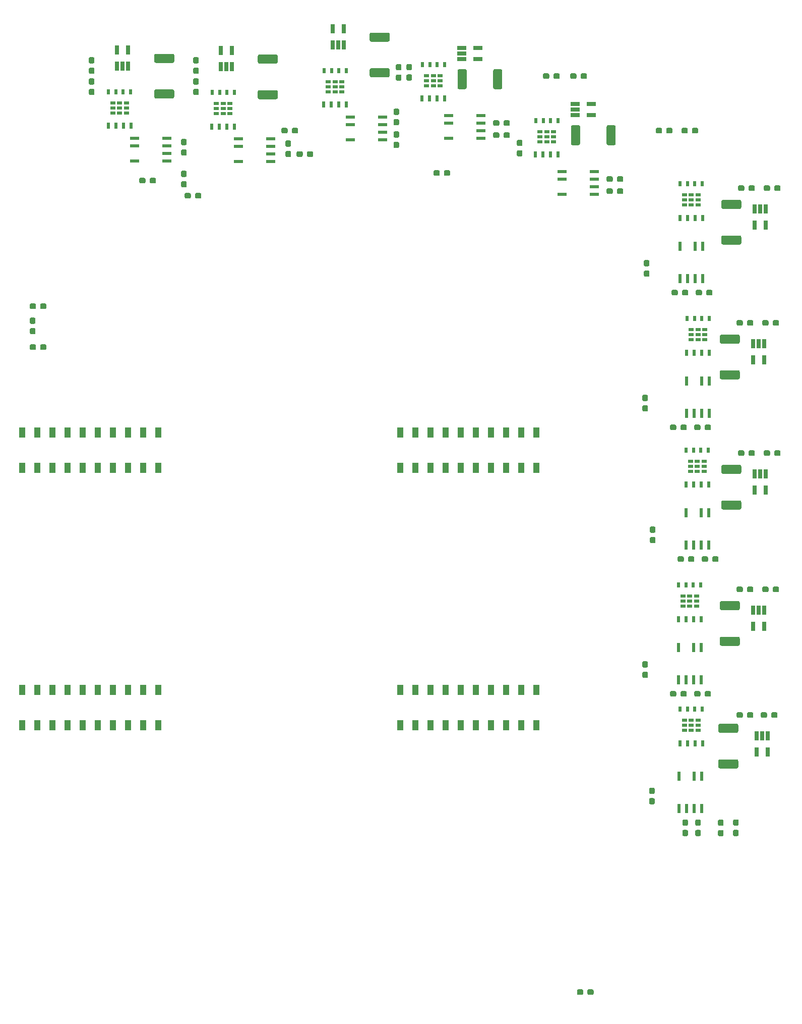
<source format=gbr>
%TF.GenerationSoftware,KiCad,Pcbnew,(5.1.6)-1*%
%TF.CreationDate,2020-12-14T15:31:43-06:00*%
%TF.ProjectId,PackVoltage_2021_Rev1,5061636b-566f-46c7-9461-67655f323032,rev?*%
%TF.SameCoordinates,Original*%
%TF.FileFunction,Paste,Top*%
%TF.FilePolarity,Positive*%
%FSLAX46Y46*%
G04 Gerber Fmt 4.6, Leading zero omitted, Abs format (unit mm)*
G04 Created by KiCad (PCBNEW (5.1.6)-1) date 2020-12-14 15:31:43*
%MOMM*%
%LPD*%
G01*
G04 APERTURE LIST*
%ADD10R,0.990600X1.778000*%
%ADD11R,0.650000X1.560000*%
%ADD12R,0.900000X0.600000*%
%ADD13R,0.600000X0.900000*%
%ADD14R,0.600000X1.050000*%
%ADD15R,1.550000X0.600000*%
%ADD16R,1.560000X0.650000*%
%ADD17R,0.600000X1.550000*%
G04 APERTURE END LIST*
%TO.C,R8*%
G36*
G01*
X151908500Y-21065000D02*
X152383500Y-21065000D01*
G75*
G02*
X152621000Y-21302500I0J-237500D01*
G01*
X152621000Y-21877500D01*
G75*
G02*
X152383500Y-22115000I-237500J0D01*
G01*
X151908500Y-22115000D01*
G75*
G02*
X151671000Y-21877500I0J237500D01*
G01*
X151671000Y-21302500D01*
G75*
G02*
X151908500Y-21065000I237500J0D01*
G01*
G37*
G36*
G01*
X151908500Y-19315000D02*
X152383500Y-19315000D01*
G75*
G02*
X152621000Y-19552500I0J-237500D01*
G01*
X152621000Y-20127500D01*
G75*
G02*
X152383500Y-20365000I-237500J0D01*
G01*
X151908500Y-20365000D01*
G75*
G02*
X151671000Y-20127500I0J237500D01*
G01*
X151671000Y-19552500D01*
G75*
G02*
X151908500Y-19315000I237500J0D01*
G01*
G37*
%TD*%
%TO.C,R9*%
G36*
G01*
X100821500Y-22764000D02*
X100346500Y-22764000D01*
G75*
G02*
X100109000Y-22526500I0J237500D01*
G01*
X100109000Y-21951500D01*
G75*
G02*
X100346500Y-21714000I237500J0D01*
G01*
X100821500Y-21714000D01*
G75*
G02*
X101059000Y-21951500I0J-237500D01*
G01*
X101059000Y-22526500D01*
G75*
G02*
X100821500Y-22764000I-237500J0D01*
G01*
G37*
G36*
G01*
X100821500Y-24514000D02*
X100346500Y-24514000D01*
G75*
G02*
X100109000Y-24276500I0J237500D01*
G01*
X100109000Y-23701500D01*
G75*
G02*
X100346500Y-23464000I237500J0D01*
G01*
X100821500Y-23464000D01*
G75*
G02*
X101059000Y-23701500I0J-237500D01*
G01*
X101059000Y-24276500D01*
G75*
G02*
X100821500Y-24514000I-237500J0D01*
G01*
G37*
%TD*%
%TO.C,R7*%
G36*
G01*
X118347500Y-22764000D02*
X117872500Y-22764000D01*
G75*
G02*
X117635000Y-22526500I0J237500D01*
G01*
X117635000Y-21951500D01*
G75*
G02*
X117872500Y-21714000I237500J0D01*
G01*
X118347500Y-21714000D01*
G75*
G02*
X118585000Y-21951500I0J-237500D01*
G01*
X118585000Y-22526500D01*
G75*
G02*
X118347500Y-22764000I-237500J0D01*
G01*
G37*
G36*
G01*
X118347500Y-24514000D02*
X117872500Y-24514000D01*
G75*
G02*
X117635000Y-24276500I0J237500D01*
G01*
X117635000Y-23701500D01*
G75*
G02*
X117872500Y-23464000I237500J0D01*
G01*
X118347500Y-23464000D01*
G75*
G02*
X118585000Y-23701500I0J-237500D01*
G01*
X118585000Y-24276500D01*
G75*
G02*
X118347500Y-24514000I-237500J0D01*
G01*
G37*
%TD*%
%TO.C,R3*%
G36*
G01*
X116315500Y-32924000D02*
X115840500Y-32924000D01*
G75*
G02*
X115603000Y-32686500I0J237500D01*
G01*
X115603000Y-32111500D01*
G75*
G02*
X115840500Y-31874000I237500J0D01*
G01*
X116315500Y-31874000D01*
G75*
G02*
X116553000Y-32111500I0J-237500D01*
G01*
X116553000Y-32686500D01*
G75*
G02*
X116315500Y-32924000I-237500J0D01*
G01*
G37*
G36*
G01*
X116315500Y-34674000D02*
X115840500Y-34674000D01*
G75*
G02*
X115603000Y-34436500I0J237500D01*
G01*
X115603000Y-33861500D01*
G75*
G02*
X115840500Y-33624000I237500J0D01*
G01*
X116315500Y-33624000D01*
G75*
G02*
X116553000Y-33861500I0J-237500D01*
G01*
X116553000Y-34436500D01*
G75*
G02*
X116315500Y-34674000I-237500J0D01*
G01*
G37*
%TD*%
%TO.C,R1*%
G36*
G01*
X134208000Y-30717500D02*
X134208000Y-30242500D01*
G75*
G02*
X134445500Y-30005000I237500J0D01*
G01*
X135020500Y-30005000D01*
G75*
G02*
X135258000Y-30242500I0J-237500D01*
G01*
X135258000Y-30717500D01*
G75*
G02*
X135020500Y-30955000I-237500J0D01*
G01*
X134445500Y-30955000D01*
G75*
G02*
X134208000Y-30717500I0J237500D01*
G01*
G37*
G36*
G01*
X132458000Y-30717500D02*
X132458000Y-30242500D01*
G75*
G02*
X132695500Y-30005000I237500J0D01*
G01*
X133270500Y-30005000D01*
G75*
G02*
X133508000Y-30242500I0J-237500D01*
G01*
X133508000Y-30717500D01*
G75*
G02*
X133270500Y-30955000I-237500J0D01*
G01*
X132695500Y-30955000D01*
G75*
G02*
X132458000Y-30717500I0J237500D01*
G01*
G37*
%TD*%
%TO.C,D4*%
G36*
G01*
X153686500Y-21051000D02*
X154161500Y-21051000D01*
G75*
G02*
X154399000Y-21288500I0J-237500D01*
G01*
X154399000Y-21863500D01*
G75*
G02*
X154161500Y-22101000I-237500J0D01*
G01*
X153686500Y-22101000D01*
G75*
G02*
X153449000Y-21863500I0J237500D01*
G01*
X153449000Y-21288500D01*
G75*
G02*
X153686500Y-21051000I237500J0D01*
G01*
G37*
G36*
G01*
X153686500Y-19301000D02*
X154161500Y-19301000D01*
G75*
G02*
X154399000Y-19538500I0J-237500D01*
G01*
X154399000Y-20113500D01*
G75*
G02*
X154161500Y-20351000I-237500J0D01*
G01*
X153686500Y-20351000D01*
G75*
G02*
X153449000Y-20113500I0J237500D01*
G01*
X153449000Y-19538500D01*
G75*
G02*
X153686500Y-19301000I237500J0D01*
G01*
G37*
%TD*%
%TO.C,D5*%
G36*
G01*
X100346500Y-19908000D02*
X100821500Y-19908000D01*
G75*
G02*
X101059000Y-20145500I0J-237500D01*
G01*
X101059000Y-20720500D01*
G75*
G02*
X100821500Y-20958000I-237500J0D01*
G01*
X100346500Y-20958000D01*
G75*
G02*
X100109000Y-20720500I0J237500D01*
G01*
X100109000Y-20145500D01*
G75*
G02*
X100346500Y-19908000I237500J0D01*
G01*
G37*
G36*
G01*
X100346500Y-18158000D02*
X100821500Y-18158000D01*
G75*
G02*
X101059000Y-18395500I0J-237500D01*
G01*
X101059000Y-18970500D01*
G75*
G02*
X100821500Y-19208000I-237500J0D01*
G01*
X100346500Y-19208000D01*
G75*
G02*
X100109000Y-18970500I0J237500D01*
G01*
X100109000Y-18395500D01*
G75*
G02*
X100346500Y-18158000I237500J0D01*
G01*
G37*
%TD*%
%TO.C,D3*%
G36*
G01*
X117872500Y-19908000D02*
X118347500Y-19908000D01*
G75*
G02*
X118585000Y-20145500I0J-237500D01*
G01*
X118585000Y-20720500D01*
G75*
G02*
X118347500Y-20958000I-237500J0D01*
G01*
X117872500Y-20958000D01*
G75*
G02*
X117635000Y-20720500I0J237500D01*
G01*
X117635000Y-20145500D01*
G75*
G02*
X117872500Y-19908000I237500J0D01*
G01*
G37*
G36*
G01*
X117872500Y-18158000D02*
X118347500Y-18158000D01*
G75*
G02*
X118585000Y-18395500I0J-237500D01*
G01*
X118585000Y-18970500D01*
G75*
G02*
X118347500Y-19208000I-237500J0D01*
G01*
X117872500Y-19208000D01*
G75*
G02*
X117635000Y-18970500I0J237500D01*
G01*
X117635000Y-18395500D01*
G75*
G02*
X117872500Y-18158000I237500J0D01*
G01*
G37*
%TD*%
%TO.C,C7*%
G36*
G01*
X115840500Y-38958000D02*
X116315500Y-38958000D01*
G75*
G02*
X116553000Y-39195500I0J-237500D01*
G01*
X116553000Y-39770500D01*
G75*
G02*
X116315500Y-40008000I-237500J0D01*
G01*
X115840500Y-40008000D01*
G75*
G02*
X115603000Y-39770500I0J237500D01*
G01*
X115603000Y-39195500D01*
G75*
G02*
X115840500Y-38958000I237500J0D01*
G01*
G37*
G36*
G01*
X115840500Y-37208000D02*
X116315500Y-37208000D01*
G75*
G02*
X116553000Y-37445500I0J-237500D01*
G01*
X116553000Y-38020500D01*
G75*
G02*
X116315500Y-38258000I-237500J0D01*
G01*
X115840500Y-38258000D01*
G75*
G02*
X115603000Y-38020500I0J237500D01*
G01*
X115603000Y-37445500D01*
G75*
G02*
X115840500Y-37208000I237500J0D01*
G01*
G37*
%TD*%
%TO.C,C5*%
G36*
G01*
X133841500Y-33178000D02*
X133366500Y-33178000D01*
G75*
G02*
X133129000Y-32940500I0J237500D01*
G01*
X133129000Y-32365500D01*
G75*
G02*
X133366500Y-32128000I237500J0D01*
G01*
X133841500Y-32128000D01*
G75*
G02*
X134079000Y-32365500I0J-237500D01*
G01*
X134079000Y-32940500D01*
G75*
G02*
X133841500Y-33178000I-237500J0D01*
G01*
G37*
G36*
G01*
X133841500Y-34928000D02*
X133366500Y-34928000D01*
G75*
G02*
X133129000Y-34690500I0J237500D01*
G01*
X133129000Y-34115500D01*
G75*
G02*
X133366500Y-33878000I237500J0D01*
G01*
X133841500Y-33878000D01*
G75*
G02*
X134079000Y-34115500I0J-237500D01*
G01*
X134079000Y-34690500D01*
G75*
G02*
X133841500Y-34928000I-237500J0D01*
G01*
G37*
%TD*%
D10*
%TO.C,U24*%
X152400000Y-130200400D03*
X154940000Y-130200400D03*
X157480000Y-130200400D03*
X160020000Y-130200400D03*
X162560000Y-130200400D03*
X165100000Y-130200400D03*
X167640000Y-130200400D03*
X170180000Y-130200400D03*
X172720000Y-130200400D03*
X175260000Y-130200400D03*
X152400000Y-124307600D03*
X154940000Y-124307600D03*
X157480000Y-124307600D03*
X160020000Y-124307600D03*
X162560000Y-124307600D03*
X165100000Y-124307600D03*
X167640000Y-124307600D03*
X170180000Y-124307600D03*
X172720000Y-124307600D03*
X175260000Y-124307600D03*
X152400000Y-81127600D03*
X154940000Y-81127600D03*
X157480000Y-81127600D03*
X160020000Y-81127600D03*
X162560000Y-81127600D03*
X165100000Y-81127600D03*
X167640000Y-81127600D03*
X170180000Y-81127600D03*
X172720000Y-81127600D03*
X175260000Y-81127600D03*
X152400000Y-87020400D03*
X154940000Y-87020400D03*
X157480000Y-87020400D03*
X160020000Y-87020400D03*
X162560000Y-87020400D03*
X165100000Y-87020400D03*
X167640000Y-87020400D03*
X170180000Y-87020400D03*
X172720000Y-87020400D03*
X175260000Y-87020400D03*
X106680000Y-130200400D03*
X109220000Y-130200400D03*
X111760000Y-130200400D03*
X88900000Y-124307600D03*
X91440000Y-124307600D03*
X93980000Y-124307600D03*
X96520000Y-124307600D03*
X99060000Y-124307600D03*
X101600000Y-124307600D03*
X104140000Y-124307600D03*
X106680000Y-124307600D03*
X109220000Y-124307600D03*
X111760000Y-124307600D03*
X88900000Y-81127600D03*
X93980000Y-81127600D03*
X99060000Y-81127600D03*
X101600000Y-81127600D03*
X104140000Y-81127600D03*
X106680000Y-81127600D03*
X109220000Y-81127600D03*
X88900000Y-87020400D03*
X93980000Y-87020400D03*
X104140000Y-87020400D03*
X106680000Y-87020400D03*
X109220000Y-87020400D03*
X111760000Y-87020400D03*
X99060000Y-87020400D03*
X96520000Y-87020400D03*
X91440000Y-81127600D03*
X104140000Y-130200400D03*
X101600000Y-130200400D03*
X91440000Y-87020400D03*
X96520000Y-81127600D03*
X93980000Y-130200400D03*
X96520000Y-130200400D03*
X101600000Y-87020400D03*
X99060000Y-130200400D03*
X91440000Y-130200400D03*
X88900000Y-130200400D03*
X111760000Y-81127600D03*
%TD*%
D11*
%TO.C,U6*%
X104841000Y-19638000D03*
X105791000Y-19638000D03*
X106741000Y-19638000D03*
X106741000Y-16938000D03*
X104841000Y-16938000D03*
%TD*%
D12*
%TO.C,Q3*%
X105283000Y-26666000D03*
D13*
X105883000Y-23966000D03*
D14*
X107193000Y-29686000D03*
X105923000Y-29686000D03*
X103373000Y-29686000D03*
X104643000Y-29686000D03*
D13*
X104683000Y-23966000D03*
X107163000Y-23966000D03*
X103403000Y-23966000D03*
D12*
X105283000Y-27516000D03*
X105283000Y-25816000D03*
X106433000Y-25816000D03*
X106433000Y-27516000D03*
X106433000Y-26666000D03*
X104133000Y-25816000D03*
X104133000Y-27516000D03*
X104133000Y-26666000D03*
%TD*%
D15*
%TO.C,U3*%
X107823000Y-35560000D03*
X107823000Y-33020000D03*
X107823000Y-31750000D03*
X113223000Y-31750000D03*
X113223000Y-33020000D03*
X113223000Y-34290000D03*
X113223000Y-35560000D03*
%TD*%
%TO.C,C10*%
G36*
G01*
X108582000Y-39099500D02*
X108582000Y-38624500D01*
G75*
G02*
X108819500Y-38387000I237500J0D01*
G01*
X109394500Y-38387000D01*
G75*
G02*
X109632000Y-38624500I0J-237500D01*
G01*
X109632000Y-39099500D01*
G75*
G02*
X109394500Y-39337000I-237500J0D01*
G01*
X108819500Y-39337000D01*
G75*
G02*
X108582000Y-39099500I0J237500D01*
G01*
G37*
G36*
G01*
X110332000Y-39099500D02*
X110332000Y-38624500D01*
G75*
G02*
X110569500Y-38387000I237500J0D01*
G01*
X111144500Y-38387000D01*
G75*
G02*
X111382000Y-38624500I0J-237500D01*
G01*
X111382000Y-39099500D01*
G75*
G02*
X111144500Y-39337000I-237500J0D01*
G01*
X110569500Y-39337000D01*
G75*
G02*
X110332000Y-39099500I0J237500D01*
G01*
G37*
%TD*%
%TO.C,R6*%
G36*
G01*
X114201001Y-25086000D02*
X111350999Y-25086000D01*
G75*
G02*
X111101000Y-24836001I0J249999D01*
G01*
X111101000Y-23810999D01*
G75*
G02*
X111350999Y-23561000I249999J0D01*
G01*
X114201001Y-23561000D01*
G75*
G02*
X114451000Y-23810999I0J-249999D01*
G01*
X114451000Y-24836001D01*
G75*
G02*
X114201001Y-25086000I-249999J0D01*
G01*
G37*
G36*
G01*
X114201001Y-19111000D02*
X111350999Y-19111000D01*
G75*
G02*
X111101000Y-18861001I0J249999D01*
G01*
X111101000Y-17835999D01*
G75*
G02*
X111350999Y-17586000I249999J0D01*
G01*
X114201001Y-17586000D01*
G75*
G02*
X114451000Y-17835999I0J-249999D01*
G01*
X114451000Y-18861001D01*
G75*
G02*
X114201001Y-19111000I-249999J0D01*
G01*
G37*
%TD*%
%TO.C,R4*%
G36*
G01*
X131600001Y-19238000D02*
X128749999Y-19238000D01*
G75*
G02*
X128500000Y-18988001I0J249999D01*
G01*
X128500000Y-17962999D01*
G75*
G02*
X128749999Y-17713000I249999J0D01*
G01*
X131600001Y-17713000D01*
G75*
G02*
X131850000Y-17962999I0J-249999D01*
G01*
X131850000Y-18988001D01*
G75*
G02*
X131600001Y-19238000I-249999J0D01*
G01*
G37*
G36*
G01*
X131600001Y-25213000D02*
X128749999Y-25213000D01*
G75*
G02*
X128500000Y-24963001I0J249999D01*
G01*
X128500000Y-23937999D01*
G75*
G02*
X128749999Y-23688000I249999J0D01*
G01*
X131600001Y-23688000D01*
G75*
G02*
X131850000Y-23937999I0J-249999D01*
G01*
X131850000Y-24963001D01*
G75*
G02*
X131600001Y-25213000I-249999J0D01*
G01*
G37*
%TD*%
%TO.C,U1*%
X130622000Y-35687000D03*
X130622000Y-34417000D03*
X130622000Y-33147000D03*
X130622000Y-31877000D03*
X125222000Y-31877000D03*
X125222000Y-33147000D03*
X125222000Y-35687000D03*
%TD*%
%TO.C,C8*%
G36*
G01*
X117252000Y-41164500D02*
X117252000Y-41639500D01*
G75*
G02*
X117014500Y-41877000I-237500J0D01*
G01*
X116439500Y-41877000D01*
G75*
G02*
X116202000Y-41639500I0J237500D01*
G01*
X116202000Y-41164500D01*
G75*
G02*
X116439500Y-40927000I237500J0D01*
G01*
X117014500Y-40927000D01*
G75*
G02*
X117252000Y-41164500I0J-237500D01*
G01*
G37*
G36*
G01*
X119002000Y-41164500D02*
X119002000Y-41639500D01*
G75*
G02*
X118764500Y-41877000I-237500J0D01*
G01*
X118189500Y-41877000D01*
G75*
G02*
X117952000Y-41639500I0J237500D01*
G01*
X117952000Y-41164500D01*
G75*
G02*
X118189500Y-40927000I237500J0D01*
G01*
X118764500Y-40927000D01*
G75*
G02*
X119002000Y-41164500I0J-237500D01*
G01*
G37*
%TD*%
D11*
%TO.C,U4*%
X122240000Y-17065000D03*
X124140000Y-17065000D03*
X124140000Y-19765000D03*
X123190000Y-19765000D03*
X122240000Y-19765000D03*
%TD*%
D12*
%TO.C,Q1*%
X121532000Y-26793000D03*
X121532000Y-27643000D03*
X121532000Y-25943000D03*
X123832000Y-26793000D03*
X123832000Y-27643000D03*
X123832000Y-25943000D03*
X122682000Y-25943000D03*
X122682000Y-27643000D03*
D13*
X120802000Y-24093000D03*
X124562000Y-24093000D03*
X122082000Y-24093000D03*
D14*
X122042000Y-29813000D03*
X120772000Y-29813000D03*
X123322000Y-29813000D03*
X124592000Y-29813000D03*
D13*
X123282000Y-24093000D03*
D12*
X122682000Y-26793000D03*
%TD*%
D11*
%TO.C,U5*%
X141036000Y-16082000D03*
X141986000Y-16082000D03*
X142936000Y-16082000D03*
X142936000Y-13382000D03*
X141036000Y-13382000D03*
%TD*%
%TO.C,R2*%
G36*
G01*
X152002500Y-27844000D02*
X151527500Y-27844000D01*
G75*
G02*
X151290000Y-27606500I0J237500D01*
G01*
X151290000Y-27031500D01*
G75*
G02*
X151527500Y-26794000I237500J0D01*
G01*
X152002500Y-26794000D01*
G75*
G02*
X152240000Y-27031500I0J-237500D01*
G01*
X152240000Y-27606500D01*
G75*
G02*
X152002500Y-27844000I-237500J0D01*
G01*
G37*
G36*
G01*
X152002500Y-29594000D02*
X151527500Y-29594000D01*
G75*
G02*
X151290000Y-29356500I0J237500D01*
G01*
X151290000Y-28781500D01*
G75*
G02*
X151527500Y-28544000I237500J0D01*
G01*
X152002500Y-28544000D01*
G75*
G02*
X152240000Y-28781500I0J-237500D01*
G01*
X152240000Y-29356500D01*
G75*
G02*
X152002500Y-29594000I-237500J0D01*
G01*
G37*
%TD*%
D15*
%TO.C,U2*%
X144018000Y-32004000D03*
X144018000Y-29464000D03*
X144018000Y-28194000D03*
X149418000Y-28194000D03*
X149418000Y-29464000D03*
X149418000Y-30734000D03*
X149418000Y-32004000D03*
%TD*%
%TO.C,C9*%
G36*
G01*
X137798000Y-34179500D02*
X137798000Y-34654500D01*
G75*
G02*
X137560500Y-34892000I-237500J0D01*
G01*
X136985500Y-34892000D01*
G75*
G02*
X136748000Y-34654500I0J237500D01*
G01*
X136748000Y-34179500D01*
G75*
G02*
X136985500Y-33942000I237500J0D01*
G01*
X137560500Y-33942000D01*
G75*
G02*
X137798000Y-34179500I0J-237500D01*
G01*
G37*
G36*
G01*
X136048000Y-34179500D02*
X136048000Y-34654500D01*
G75*
G02*
X135810500Y-34892000I-237500J0D01*
G01*
X135235500Y-34892000D01*
G75*
G02*
X134998000Y-34654500I0J237500D01*
G01*
X134998000Y-34179500D01*
G75*
G02*
X135235500Y-33942000I237500J0D01*
G01*
X135810500Y-33942000D01*
G75*
G02*
X136048000Y-34179500I0J-237500D01*
G01*
G37*
%TD*%
%TO.C,C6*%
G36*
G01*
X151527500Y-32354000D02*
X152002500Y-32354000D01*
G75*
G02*
X152240000Y-32591500I0J-237500D01*
G01*
X152240000Y-33166500D01*
G75*
G02*
X152002500Y-33404000I-237500J0D01*
G01*
X151527500Y-33404000D01*
G75*
G02*
X151290000Y-33166500I0J237500D01*
G01*
X151290000Y-32591500D01*
G75*
G02*
X151527500Y-32354000I237500J0D01*
G01*
G37*
G36*
G01*
X151527500Y-30604000D02*
X152002500Y-30604000D01*
G75*
G02*
X152240000Y-30841500I0J-237500D01*
G01*
X152240000Y-31416500D01*
G75*
G02*
X152002500Y-31654000I-237500J0D01*
G01*
X151527500Y-31654000D01*
G75*
G02*
X151290000Y-31416500I0J237500D01*
G01*
X151290000Y-30841500D01*
G75*
G02*
X151527500Y-30604000I237500J0D01*
G01*
G37*
%TD*%
%TO.C,R5*%
G36*
G01*
X150396001Y-21530000D02*
X147545999Y-21530000D01*
G75*
G02*
X147296000Y-21280001I0J249999D01*
G01*
X147296000Y-20254999D01*
G75*
G02*
X147545999Y-20005000I249999J0D01*
G01*
X150396001Y-20005000D01*
G75*
G02*
X150646000Y-20254999I0J-249999D01*
G01*
X150646000Y-21280001D01*
G75*
G02*
X150396001Y-21530000I-249999J0D01*
G01*
G37*
G36*
G01*
X150396001Y-15555000D02*
X147545999Y-15555000D01*
G75*
G02*
X147296000Y-15305001I0J249999D01*
G01*
X147296000Y-14279999D01*
G75*
G02*
X147545999Y-14030000I249999J0D01*
G01*
X150396001Y-14030000D01*
G75*
G02*
X150646000Y-14279999I0J-249999D01*
G01*
X150646000Y-15305001D01*
G75*
G02*
X150396001Y-15555000I-249999J0D01*
G01*
G37*
%TD*%
D12*
%TO.C,Q2*%
X141478000Y-23110000D03*
D13*
X142078000Y-20410000D03*
D14*
X143388000Y-26130000D03*
X142118000Y-26130000D03*
X139568000Y-26130000D03*
X140838000Y-26130000D03*
D13*
X140878000Y-20410000D03*
X143358000Y-20410000D03*
X139598000Y-20410000D03*
D12*
X141478000Y-23960000D03*
X141478000Y-22260000D03*
X142628000Y-22260000D03*
X142628000Y-23960000D03*
X142628000Y-23110000D03*
X140328000Y-22260000D03*
X140328000Y-23960000D03*
X140328000Y-23110000D03*
%TD*%
%TO.C,Q4*%
X156838000Y-22094000D03*
X156838000Y-22944000D03*
X156838000Y-21244000D03*
X159138000Y-22094000D03*
X159138000Y-22944000D03*
X159138000Y-21244000D03*
X157988000Y-21244000D03*
X157988000Y-22944000D03*
D13*
X156108000Y-19394000D03*
X159868000Y-19394000D03*
X157388000Y-19394000D03*
D14*
X157348000Y-25114000D03*
X156078000Y-25114000D03*
X158628000Y-25114000D03*
X159898000Y-25114000D03*
D13*
X158588000Y-19394000D03*
D12*
X157988000Y-22094000D03*
%TD*%
%TO.C,D6*%
G36*
G01*
X183772000Y-21098500D02*
X183772000Y-21573500D01*
G75*
G02*
X183534500Y-21811000I-237500J0D01*
G01*
X182959500Y-21811000D01*
G75*
G02*
X182722000Y-21573500I0J237500D01*
G01*
X182722000Y-21098500D01*
G75*
G02*
X182959500Y-20861000I237500J0D01*
G01*
X183534500Y-20861000D01*
G75*
G02*
X183772000Y-21098500I0J-237500D01*
G01*
G37*
G36*
G01*
X182022000Y-21098500D02*
X182022000Y-21573500D01*
G75*
G02*
X181784500Y-21811000I-237500J0D01*
G01*
X181209500Y-21811000D01*
G75*
G02*
X180972000Y-21573500I0J237500D01*
G01*
X180972000Y-21098500D01*
G75*
G02*
X181209500Y-20861000I237500J0D01*
G01*
X181784500Y-20861000D01*
G75*
G02*
X182022000Y-21098500I0J-237500D01*
G01*
G37*
%TD*%
%TO.C,C11*%
G36*
G01*
X168018000Y-31479500D02*
X168018000Y-31004500D01*
G75*
G02*
X168255500Y-30767000I237500J0D01*
G01*
X168830500Y-30767000D01*
G75*
G02*
X169068000Y-31004500I0J-237500D01*
G01*
X169068000Y-31479500D01*
G75*
G02*
X168830500Y-31717000I-237500J0D01*
G01*
X168255500Y-31717000D01*
G75*
G02*
X168018000Y-31479500I0J237500D01*
G01*
G37*
G36*
G01*
X169768000Y-31479500D02*
X169768000Y-31004500D01*
G75*
G02*
X170005500Y-30767000I237500J0D01*
G01*
X170580500Y-30767000D01*
G75*
G02*
X170818000Y-31004500I0J-237500D01*
G01*
X170818000Y-31479500D01*
G75*
G02*
X170580500Y-31717000I-237500J0D01*
G01*
X170005500Y-31717000D01*
G75*
G02*
X169768000Y-31479500I0J237500D01*
G01*
G37*
%TD*%
%TO.C,C13*%
G36*
G01*
X159749000Y-37829500D02*
X159749000Y-37354500D01*
G75*
G02*
X159986500Y-37117000I237500J0D01*
G01*
X160561500Y-37117000D01*
G75*
G02*
X160799000Y-37354500I0J-237500D01*
G01*
X160799000Y-37829500D01*
G75*
G02*
X160561500Y-38067000I-237500J0D01*
G01*
X159986500Y-38067000D01*
G75*
G02*
X159749000Y-37829500I0J237500D01*
G01*
G37*
G36*
G01*
X157999000Y-37829500D02*
X157999000Y-37354500D01*
G75*
G02*
X158236500Y-37117000I237500J0D01*
G01*
X158811500Y-37117000D01*
G75*
G02*
X159049000Y-37354500I0J-237500D01*
G01*
X159049000Y-37829500D01*
G75*
G02*
X158811500Y-38067000I-237500J0D01*
G01*
X158236500Y-38067000D01*
G75*
G02*
X157999000Y-37829500I0J237500D01*
G01*
G37*
%TD*%
D16*
%TO.C,U9*%
X165434000Y-16576000D03*
X165434000Y-18476000D03*
X162734000Y-18476000D03*
X162734000Y-17526000D03*
X162734000Y-16576000D03*
%TD*%
D15*
%TO.C,U7*%
X165928000Y-31750000D03*
X165928000Y-30480000D03*
X165928000Y-29210000D03*
X165928000Y-27940000D03*
X160528000Y-27940000D03*
X160528000Y-29210000D03*
X160528000Y-31750000D03*
%TD*%
%TO.C,R14*%
G36*
G01*
X178150000Y-21573500D02*
X178150000Y-21098500D01*
G75*
G02*
X178387500Y-20861000I237500J0D01*
G01*
X178962500Y-20861000D01*
G75*
G02*
X179200000Y-21098500I0J-237500D01*
G01*
X179200000Y-21573500D01*
G75*
G02*
X178962500Y-21811000I-237500J0D01*
G01*
X178387500Y-21811000D01*
G75*
G02*
X178150000Y-21573500I0J237500D01*
G01*
G37*
G36*
G01*
X176400000Y-21573500D02*
X176400000Y-21098500D01*
G75*
G02*
X176637500Y-20861000I237500J0D01*
G01*
X177212500Y-20861000D01*
G75*
G02*
X177450000Y-21098500I0J-237500D01*
G01*
X177450000Y-21573500D01*
G75*
G02*
X177212500Y-21811000I-237500J0D01*
G01*
X176637500Y-21811000D01*
G75*
G02*
X176400000Y-21573500I0J237500D01*
G01*
G37*
%TD*%
%TO.C,R12*%
G36*
G01*
X168026500Y-23269001D02*
X168026500Y-20418999D01*
G75*
G02*
X168276499Y-20169000I249999J0D01*
G01*
X169301501Y-20169000D01*
G75*
G02*
X169551500Y-20418999I0J-249999D01*
G01*
X169551500Y-23269001D01*
G75*
G02*
X169301501Y-23519000I-249999J0D01*
G01*
X168276499Y-23519000D01*
G75*
G02*
X168026500Y-23269001I0J249999D01*
G01*
G37*
G36*
G01*
X162051500Y-23269001D02*
X162051500Y-20418999D01*
G75*
G02*
X162301499Y-20169000I249999J0D01*
G01*
X163326501Y-20169000D01*
G75*
G02*
X163576500Y-20418999I0J-249999D01*
G01*
X163576500Y-23269001D01*
G75*
G02*
X163326501Y-23519000I-249999J0D01*
G01*
X162301499Y-23519000D01*
G75*
G02*
X162051500Y-23269001I0J249999D01*
G01*
G37*
%TD*%
%TO.C,R10*%
G36*
G01*
X168018000Y-29447500D02*
X168018000Y-28972500D01*
G75*
G02*
X168255500Y-28735000I237500J0D01*
G01*
X168830500Y-28735000D01*
G75*
G02*
X169068000Y-28972500I0J-237500D01*
G01*
X169068000Y-29447500D01*
G75*
G02*
X168830500Y-29685000I-237500J0D01*
G01*
X168255500Y-29685000D01*
G75*
G02*
X168018000Y-29447500I0J237500D01*
G01*
G37*
G36*
G01*
X169768000Y-29447500D02*
X169768000Y-28972500D01*
G75*
G02*
X170005500Y-28735000I237500J0D01*
G01*
X170580500Y-28735000D01*
G75*
G02*
X170818000Y-28972500I0J-237500D01*
G01*
X170818000Y-29447500D01*
G75*
G02*
X170580500Y-29685000I-237500J0D01*
G01*
X170005500Y-29685000D01*
G75*
G02*
X169768000Y-29447500I0J237500D01*
G01*
G37*
%TD*%
D12*
%TO.C,Q5*%
X200145000Y-42106000D03*
X200145000Y-42956000D03*
X200145000Y-41256000D03*
X202445000Y-42106000D03*
X202445000Y-42956000D03*
X202445000Y-41256000D03*
X201295000Y-41256000D03*
X201295000Y-42956000D03*
D13*
X199415000Y-39406000D03*
X203175000Y-39406000D03*
X200695000Y-39406000D03*
D14*
X200655000Y-45126000D03*
X199385000Y-45126000D03*
X201935000Y-45126000D03*
X203205000Y-45126000D03*
D13*
X201895000Y-39406000D03*
D12*
X201295000Y-42106000D03*
%TD*%
%TO.C,D7*%
G36*
G01*
X214534000Y-39894500D02*
X214534000Y-40369500D01*
G75*
G02*
X214296500Y-40607000I-237500J0D01*
G01*
X213721500Y-40607000D01*
G75*
G02*
X213484000Y-40369500I0J237500D01*
G01*
X213484000Y-39894500D01*
G75*
G02*
X213721500Y-39657000I237500J0D01*
G01*
X214296500Y-39657000D01*
G75*
G02*
X214534000Y-39894500I0J-237500D01*
G01*
G37*
G36*
G01*
X216284000Y-39894500D02*
X216284000Y-40369500D01*
G75*
G02*
X216046500Y-40607000I-237500J0D01*
G01*
X215471500Y-40607000D01*
G75*
G02*
X215234000Y-40369500I0J237500D01*
G01*
X215234000Y-39894500D01*
G75*
G02*
X215471500Y-39657000I237500J0D01*
G01*
X216046500Y-39657000D01*
G75*
G02*
X216284000Y-39894500I0J-237500D01*
G01*
G37*
%TD*%
%TO.C,C12*%
G36*
G01*
X200790000Y-57420500D02*
X200790000Y-57895500D01*
G75*
G02*
X200552500Y-58133000I-237500J0D01*
G01*
X199977500Y-58133000D01*
G75*
G02*
X199740000Y-57895500I0J237500D01*
G01*
X199740000Y-57420500D01*
G75*
G02*
X199977500Y-57183000I237500J0D01*
G01*
X200552500Y-57183000D01*
G75*
G02*
X200790000Y-57420500I0J-237500D01*
G01*
G37*
G36*
G01*
X199040000Y-57420500D02*
X199040000Y-57895500D01*
G75*
G02*
X198802500Y-58133000I-237500J0D01*
G01*
X198227500Y-58133000D01*
G75*
G02*
X197990000Y-57895500I0J237500D01*
G01*
X197990000Y-57420500D01*
G75*
G02*
X198227500Y-57183000I237500J0D01*
G01*
X198802500Y-57183000D01*
G75*
G02*
X199040000Y-57420500I0J-237500D01*
G01*
G37*
%TD*%
%TO.C,C14*%
G36*
G01*
X193564500Y-53944000D02*
X194039500Y-53944000D01*
G75*
G02*
X194277000Y-54181500I0J-237500D01*
G01*
X194277000Y-54756500D01*
G75*
G02*
X194039500Y-54994000I-237500J0D01*
G01*
X193564500Y-54994000D01*
G75*
G02*
X193327000Y-54756500I0J237500D01*
G01*
X193327000Y-54181500D01*
G75*
G02*
X193564500Y-53944000I237500J0D01*
G01*
G37*
G36*
G01*
X193564500Y-52194000D02*
X194039500Y-52194000D01*
G75*
G02*
X194277000Y-52431500I0J-237500D01*
G01*
X194277000Y-53006500D01*
G75*
G02*
X194039500Y-53244000I-237500J0D01*
G01*
X193564500Y-53244000D01*
G75*
G02*
X193327000Y-53006500I0J237500D01*
G01*
X193327000Y-52431500D01*
G75*
G02*
X193564500Y-52194000I237500J0D01*
G01*
G37*
%TD*%
D17*
%TO.C,U8*%
X199390000Y-49878000D03*
X201930000Y-49878000D03*
X203200000Y-49878000D03*
X203200000Y-55278000D03*
X201930000Y-55278000D03*
X200660000Y-55278000D03*
X199390000Y-55278000D03*
%TD*%
D11*
%TO.C,U10*%
X213802000Y-43608000D03*
X212852000Y-43608000D03*
X211902000Y-43608000D03*
X211902000Y-46308000D03*
X213802000Y-46308000D03*
%TD*%
%TO.C,R15*%
G36*
G01*
X209166000Y-40369500D02*
X209166000Y-39894500D01*
G75*
G02*
X209403500Y-39657000I237500J0D01*
G01*
X209978500Y-39657000D01*
G75*
G02*
X210216000Y-39894500I0J-237500D01*
G01*
X210216000Y-40369500D01*
G75*
G02*
X209978500Y-40607000I-237500J0D01*
G01*
X209403500Y-40607000D01*
G75*
G02*
X209166000Y-40369500I0J237500D01*
G01*
G37*
G36*
G01*
X210916000Y-40369500D02*
X210916000Y-39894500D01*
G75*
G02*
X211153500Y-39657000I237500J0D01*
G01*
X211728500Y-39657000D01*
G75*
G02*
X211966000Y-39894500I0J-237500D01*
G01*
X211966000Y-40369500D01*
G75*
G02*
X211728500Y-40607000I-237500J0D01*
G01*
X211153500Y-40607000D01*
G75*
G02*
X210916000Y-40369500I0J237500D01*
G01*
G37*
%TD*%
%TO.C,R11*%
G36*
G01*
X202054000Y-57895500D02*
X202054000Y-57420500D01*
G75*
G02*
X202291500Y-57183000I237500J0D01*
G01*
X202866500Y-57183000D01*
G75*
G02*
X203104000Y-57420500I0J-237500D01*
G01*
X203104000Y-57895500D01*
G75*
G02*
X202866500Y-58133000I-237500J0D01*
G01*
X202291500Y-58133000D01*
G75*
G02*
X202054000Y-57895500I0J237500D01*
G01*
G37*
G36*
G01*
X203804000Y-57895500D02*
X203804000Y-57420500D01*
G75*
G02*
X204041500Y-57183000I237500J0D01*
G01*
X204616500Y-57183000D01*
G75*
G02*
X204854000Y-57420500I0J-237500D01*
G01*
X204854000Y-57895500D01*
G75*
G02*
X204616500Y-58133000I-237500J0D01*
G01*
X204041500Y-58133000D01*
G75*
G02*
X203804000Y-57895500I0J237500D01*
G01*
G37*
%TD*%
%TO.C,R13*%
G36*
G01*
X206600999Y-48072000D02*
X209451001Y-48072000D01*
G75*
G02*
X209701000Y-48321999I0J-249999D01*
G01*
X209701000Y-49347001D01*
G75*
G02*
X209451001Y-49597000I-249999J0D01*
G01*
X206600999Y-49597000D01*
G75*
G02*
X206351000Y-49347001I0J249999D01*
G01*
X206351000Y-48321999D01*
G75*
G02*
X206600999Y-48072000I249999J0D01*
G01*
G37*
G36*
G01*
X206600999Y-42097000D02*
X209451001Y-42097000D01*
G75*
G02*
X209701000Y-42346999I0J-249999D01*
G01*
X209701000Y-43372001D01*
G75*
G02*
X209451001Y-43622000I-249999J0D01*
G01*
X206600999Y-43622000D01*
G75*
G02*
X206351000Y-43372001I0J249999D01*
G01*
X206351000Y-42346999D01*
G75*
G02*
X206600999Y-42097000I249999J0D01*
G01*
G37*
%TD*%
D12*
%TO.C,Q7*%
X201288000Y-64712000D03*
X201288000Y-65562000D03*
X201288000Y-63862000D03*
X203588000Y-64712000D03*
X203588000Y-65562000D03*
X203588000Y-63862000D03*
X202438000Y-63862000D03*
X202438000Y-65562000D03*
D13*
X200558000Y-62012000D03*
X204318000Y-62012000D03*
X201838000Y-62012000D03*
D14*
X201798000Y-67732000D03*
X200528000Y-67732000D03*
X203078000Y-67732000D03*
X204348000Y-67732000D03*
D13*
X203038000Y-62012000D03*
D12*
X202438000Y-64712000D03*
%TD*%
%TO.C,D15*%
G36*
G01*
X214280000Y-62500500D02*
X214280000Y-62975500D01*
G75*
G02*
X214042500Y-63213000I-237500J0D01*
G01*
X213467500Y-63213000D01*
G75*
G02*
X213230000Y-62975500I0J237500D01*
G01*
X213230000Y-62500500D01*
G75*
G02*
X213467500Y-62263000I237500J0D01*
G01*
X214042500Y-62263000D01*
G75*
G02*
X214280000Y-62500500I0J-237500D01*
G01*
G37*
G36*
G01*
X216030000Y-62500500D02*
X216030000Y-62975500D01*
G75*
G02*
X215792500Y-63213000I-237500J0D01*
G01*
X215217500Y-63213000D01*
G75*
G02*
X214980000Y-62975500I0J237500D01*
G01*
X214980000Y-62500500D01*
G75*
G02*
X215217500Y-62263000I237500J0D01*
G01*
X215792500Y-62263000D01*
G75*
G02*
X216030000Y-62500500I0J-237500D01*
G01*
G37*
%TD*%
%TO.C,C22*%
G36*
G01*
X200536000Y-80026500D02*
X200536000Y-80501500D01*
G75*
G02*
X200298500Y-80739000I-237500J0D01*
G01*
X199723500Y-80739000D01*
G75*
G02*
X199486000Y-80501500I0J237500D01*
G01*
X199486000Y-80026500D01*
G75*
G02*
X199723500Y-79789000I237500J0D01*
G01*
X200298500Y-79789000D01*
G75*
G02*
X200536000Y-80026500I0J-237500D01*
G01*
G37*
G36*
G01*
X198786000Y-80026500D02*
X198786000Y-80501500D01*
G75*
G02*
X198548500Y-80739000I-237500J0D01*
G01*
X197973500Y-80739000D01*
G75*
G02*
X197736000Y-80501500I0J237500D01*
G01*
X197736000Y-80026500D01*
G75*
G02*
X197973500Y-79789000I237500J0D01*
G01*
X198548500Y-79789000D01*
G75*
G02*
X198786000Y-80026500I0J-237500D01*
G01*
G37*
%TD*%
%TO.C,C25*%
G36*
G01*
X193310500Y-76550000D02*
X193785500Y-76550000D01*
G75*
G02*
X194023000Y-76787500I0J-237500D01*
G01*
X194023000Y-77362500D01*
G75*
G02*
X193785500Y-77600000I-237500J0D01*
G01*
X193310500Y-77600000D01*
G75*
G02*
X193073000Y-77362500I0J237500D01*
G01*
X193073000Y-76787500D01*
G75*
G02*
X193310500Y-76550000I237500J0D01*
G01*
G37*
G36*
G01*
X193310500Y-74800000D02*
X193785500Y-74800000D01*
G75*
G02*
X194023000Y-75037500I0J-237500D01*
G01*
X194023000Y-75612500D01*
G75*
G02*
X193785500Y-75850000I-237500J0D01*
G01*
X193310500Y-75850000D01*
G75*
G02*
X193073000Y-75612500I0J237500D01*
G01*
X193073000Y-75037500D01*
G75*
G02*
X193310500Y-74800000I237500J0D01*
G01*
G37*
%TD*%
D17*
%TO.C,U15*%
X200533000Y-72484000D03*
X203073000Y-72484000D03*
X204343000Y-72484000D03*
X204343000Y-77884000D03*
X203073000Y-77884000D03*
X201803000Y-77884000D03*
X200533000Y-77884000D03*
%TD*%
D11*
%TO.C,U18*%
X213548000Y-66214000D03*
X212598000Y-66214000D03*
X211648000Y-66214000D03*
X211648000Y-68914000D03*
X213548000Y-68914000D03*
%TD*%
%TO.C,R26*%
G36*
G01*
X208912000Y-62975500D02*
X208912000Y-62500500D01*
G75*
G02*
X209149500Y-62263000I237500J0D01*
G01*
X209724500Y-62263000D01*
G75*
G02*
X209962000Y-62500500I0J-237500D01*
G01*
X209962000Y-62975500D01*
G75*
G02*
X209724500Y-63213000I-237500J0D01*
G01*
X209149500Y-63213000D01*
G75*
G02*
X208912000Y-62975500I0J237500D01*
G01*
G37*
G36*
G01*
X210662000Y-62975500D02*
X210662000Y-62500500D01*
G75*
G02*
X210899500Y-62263000I237500J0D01*
G01*
X211474500Y-62263000D01*
G75*
G02*
X211712000Y-62500500I0J-237500D01*
G01*
X211712000Y-62975500D01*
G75*
G02*
X211474500Y-63213000I-237500J0D01*
G01*
X210899500Y-63213000D01*
G75*
G02*
X210662000Y-62975500I0J237500D01*
G01*
G37*
%TD*%
%TO.C,R20*%
G36*
G01*
X201800000Y-80501500D02*
X201800000Y-80026500D01*
G75*
G02*
X202037500Y-79789000I237500J0D01*
G01*
X202612500Y-79789000D01*
G75*
G02*
X202850000Y-80026500I0J-237500D01*
G01*
X202850000Y-80501500D01*
G75*
G02*
X202612500Y-80739000I-237500J0D01*
G01*
X202037500Y-80739000D01*
G75*
G02*
X201800000Y-80501500I0J237500D01*
G01*
G37*
G36*
G01*
X203550000Y-80501500D02*
X203550000Y-80026500D01*
G75*
G02*
X203787500Y-79789000I237500J0D01*
G01*
X204362500Y-79789000D01*
G75*
G02*
X204600000Y-80026500I0J-237500D01*
G01*
X204600000Y-80501500D01*
G75*
G02*
X204362500Y-80739000I-237500J0D01*
G01*
X203787500Y-80739000D01*
G75*
G02*
X203550000Y-80501500I0J237500D01*
G01*
G37*
%TD*%
%TO.C,R23*%
G36*
G01*
X206346999Y-70678000D02*
X209197001Y-70678000D01*
G75*
G02*
X209447000Y-70927999I0J-249999D01*
G01*
X209447000Y-71953001D01*
G75*
G02*
X209197001Y-72203000I-249999J0D01*
G01*
X206346999Y-72203000D01*
G75*
G02*
X206097000Y-71953001I0J249999D01*
G01*
X206097000Y-70927999D01*
G75*
G02*
X206346999Y-70678000I249999J0D01*
G01*
G37*
G36*
G01*
X206346999Y-64703000D02*
X209197001Y-64703000D01*
G75*
G02*
X209447000Y-64952999I0J-249999D01*
G01*
X209447000Y-65978001D01*
G75*
G02*
X209197001Y-66228000I-249999J0D01*
G01*
X206346999Y-66228000D01*
G75*
G02*
X206097000Y-65978001I0J249999D01*
G01*
X206097000Y-64952999D01*
G75*
G02*
X206346999Y-64703000I249999J0D01*
G01*
G37*
%TD*%
D12*
%TO.C,Q10*%
X201161000Y-86810000D03*
X201161000Y-87660000D03*
X201161000Y-85960000D03*
X203461000Y-86810000D03*
X203461000Y-87660000D03*
X203461000Y-85960000D03*
X202311000Y-85960000D03*
X202311000Y-87660000D03*
D13*
X200431000Y-84110000D03*
X204191000Y-84110000D03*
X201711000Y-84110000D03*
D14*
X201671000Y-89830000D03*
X200401000Y-89830000D03*
X202951000Y-89830000D03*
X204221000Y-89830000D03*
D13*
X202911000Y-84110000D03*
D12*
X202311000Y-86810000D03*
%TD*%
%TO.C,D18*%
G36*
G01*
X214534000Y-84344500D02*
X214534000Y-84819500D01*
G75*
G02*
X214296500Y-85057000I-237500J0D01*
G01*
X213721500Y-85057000D01*
G75*
G02*
X213484000Y-84819500I0J237500D01*
G01*
X213484000Y-84344500D01*
G75*
G02*
X213721500Y-84107000I237500J0D01*
G01*
X214296500Y-84107000D01*
G75*
G02*
X214534000Y-84344500I0J-237500D01*
G01*
G37*
G36*
G01*
X216284000Y-84344500D02*
X216284000Y-84819500D01*
G75*
G02*
X216046500Y-85057000I-237500J0D01*
G01*
X215471500Y-85057000D01*
G75*
G02*
X215234000Y-84819500I0J237500D01*
G01*
X215234000Y-84344500D01*
G75*
G02*
X215471500Y-84107000I237500J0D01*
G01*
X216046500Y-84107000D01*
G75*
G02*
X216284000Y-84344500I0J-237500D01*
G01*
G37*
%TD*%
%TO.C,C28*%
G36*
G01*
X201806000Y-102124500D02*
X201806000Y-102599500D01*
G75*
G02*
X201568500Y-102837000I-237500J0D01*
G01*
X200993500Y-102837000D01*
G75*
G02*
X200756000Y-102599500I0J237500D01*
G01*
X200756000Y-102124500D01*
G75*
G02*
X200993500Y-101887000I237500J0D01*
G01*
X201568500Y-101887000D01*
G75*
G02*
X201806000Y-102124500I0J-237500D01*
G01*
G37*
G36*
G01*
X200056000Y-102124500D02*
X200056000Y-102599500D01*
G75*
G02*
X199818500Y-102837000I-237500J0D01*
G01*
X199243500Y-102837000D01*
G75*
G02*
X199006000Y-102599500I0J237500D01*
G01*
X199006000Y-102124500D01*
G75*
G02*
X199243500Y-101887000I237500J0D01*
G01*
X199818500Y-101887000D01*
G75*
G02*
X200056000Y-102124500I0J-237500D01*
G01*
G37*
%TD*%
%TO.C,C30*%
G36*
G01*
X194580500Y-98648000D02*
X195055500Y-98648000D01*
G75*
G02*
X195293000Y-98885500I0J-237500D01*
G01*
X195293000Y-99460500D01*
G75*
G02*
X195055500Y-99698000I-237500J0D01*
G01*
X194580500Y-99698000D01*
G75*
G02*
X194343000Y-99460500I0J237500D01*
G01*
X194343000Y-98885500D01*
G75*
G02*
X194580500Y-98648000I237500J0D01*
G01*
G37*
G36*
G01*
X194580500Y-96898000D02*
X195055500Y-96898000D01*
G75*
G02*
X195293000Y-97135500I0J-237500D01*
G01*
X195293000Y-97710500D01*
G75*
G02*
X195055500Y-97948000I-237500J0D01*
G01*
X194580500Y-97948000D01*
G75*
G02*
X194343000Y-97710500I0J237500D01*
G01*
X194343000Y-97135500D01*
G75*
G02*
X194580500Y-96898000I237500J0D01*
G01*
G37*
%TD*%
D17*
%TO.C,U21*%
X200406000Y-94582000D03*
X202946000Y-94582000D03*
X204216000Y-94582000D03*
X204216000Y-99982000D03*
X202946000Y-99982000D03*
X201676000Y-99982000D03*
X200406000Y-99982000D03*
%TD*%
D11*
%TO.C,U23*%
X213802000Y-88058000D03*
X212852000Y-88058000D03*
X211902000Y-88058000D03*
X211902000Y-90758000D03*
X213802000Y-90758000D03*
%TD*%
%TO.C,R33*%
G36*
G01*
X209166000Y-84819500D02*
X209166000Y-84344500D01*
G75*
G02*
X209403500Y-84107000I237500J0D01*
G01*
X209978500Y-84107000D01*
G75*
G02*
X210216000Y-84344500I0J-237500D01*
G01*
X210216000Y-84819500D01*
G75*
G02*
X209978500Y-85057000I-237500J0D01*
G01*
X209403500Y-85057000D01*
G75*
G02*
X209166000Y-84819500I0J237500D01*
G01*
G37*
G36*
G01*
X210916000Y-84819500D02*
X210916000Y-84344500D01*
G75*
G02*
X211153500Y-84107000I237500J0D01*
G01*
X211728500Y-84107000D01*
G75*
G02*
X211966000Y-84344500I0J-237500D01*
G01*
X211966000Y-84819500D01*
G75*
G02*
X211728500Y-85057000I-237500J0D01*
G01*
X211153500Y-85057000D01*
G75*
G02*
X210916000Y-84819500I0J237500D01*
G01*
G37*
%TD*%
%TO.C,R29*%
G36*
G01*
X203070000Y-102599500D02*
X203070000Y-102124500D01*
G75*
G02*
X203307500Y-101887000I237500J0D01*
G01*
X203882500Y-101887000D01*
G75*
G02*
X204120000Y-102124500I0J-237500D01*
G01*
X204120000Y-102599500D01*
G75*
G02*
X203882500Y-102837000I-237500J0D01*
G01*
X203307500Y-102837000D01*
G75*
G02*
X203070000Y-102599500I0J237500D01*
G01*
G37*
G36*
G01*
X204820000Y-102599500D02*
X204820000Y-102124500D01*
G75*
G02*
X205057500Y-101887000I237500J0D01*
G01*
X205632500Y-101887000D01*
G75*
G02*
X205870000Y-102124500I0J-237500D01*
G01*
X205870000Y-102599500D01*
G75*
G02*
X205632500Y-102837000I-237500J0D01*
G01*
X205057500Y-102837000D01*
G75*
G02*
X204820000Y-102599500I0J237500D01*
G01*
G37*
%TD*%
%TO.C,R31*%
G36*
G01*
X206600999Y-92522000D02*
X209451001Y-92522000D01*
G75*
G02*
X209701000Y-92771999I0J-249999D01*
G01*
X209701000Y-93797001D01*
G75*
G02*
X209451001Y-94047000I-249999J0D01*
G01*
X206600999Y-94047000D01*
G75*
G02*
X206351000Y-93797001I0J249999D01*
G01*
X206351000Y-92771999D01*
G75*
G02*
X206600999Y-92522000I249999J0D01*
G01*
G37*
G36*
G01*
X206600999Y-86547000D02*
X209451001Y-86547000D01*
G75*
G02*
X209701000Y-86796999I0J-249999D01*
G01*
X209701000Y-87822001D01*
G75*
G02*
X209451001Y-88072000I-249999J0D01*
G01*
X206600999Y-88072000D01*
G75*
G02*
X206351000Y-87822001I0J249999D01*
G01*
X206351000Y-86796999D01*
G75*
G02*
X206600999Y-86547000I249999J0D01*
G01*
G37*
%TD*%
%TO.C,C19*%
G36*
G01*
X92981000Y-66564500D02*
X92981000Y-67039500D01*
G75*
G02*
X92743500Y-67277000I-237500J0D01*
G01*
X92168500Y-67277000D01*
G75*
G02*
X91931000Y-67039500I0J237500D01*
G01*
X91931000Y-66564500D01*
G75*
G02*
X92168500Y-66327000I237500J0D01*
G01*
X92743500Y-66327000D01*
G75*
G02*
X92981000Y-66564500I0J-237500D01*
G01*
G37*
G36*
G01*
X91231000Y-66564500D02*
X91231000Y-67039500D01*
G75*
G02*
X90993500Y-67277000I-237500J0D01*
G01*
X90418500Y-67277000D01*
G75*
G02*
X90181000Y-67039500I0J237500D01*
G01*
X90181000Y-66564500D01*
G75*
G02*
X90418500Y-66327000I237500J0D01*
G01*
X90993500Y-66327000D01*
G75*
G02*
X91231000Y-66564500I0J-237500D01*
G01*
G37*
%TD*%
%TO.C,C20*%
G36*
G01*
X182101000Y-175243500D02*
X182101000Y-174768500D01*
G75*
G02*
X182338500Y-174531000I237500J0D01*
G01*
X182913500Y-174531000D01*
G75*
G02*
X183151000Y-174768500I0J-237500D01*
G01*
X183151000Y-175243500D01*
G75*
G02*
X182913500Y-175481000I-237500J0D01*
G01*
X182338500Y-175481000D01*
G75*
G02*
X182101000Y-175243500I0J237500D01*
G01*
G37*
G36*
G01*
X183851000Y-175243500D02*
X183851000Y-174768500D01*
G75*
G02*
X184088500Y-174531000I237500J0D01*
G01*
X184663500Y-174531000D01*
G75*
G02*
X184901000Y-174768500I0J-237500D01*
G01*
X184901000Y-175243500D01*
G75*
G02*
X184663500Y-175481000I-237500J0D01*
G01*
X184088500Y-175481000D01*
G75*
G02*
X183851000Y-175243500I0J237500D01*
G01*
G37*
%TD*%
%TO.C,C21*%
G36*
G01*
X198786000Y-124730500D02*
X198786000Y-125205500D01*
G75*
G02*
X198548500Y-125443000I-237500J0D01*
G01*
X197973500Y-125443000D01*
G75*
G02*
X197736000Y-125205500I0J237500D01*
G01*
X197736000Y-124730500D01*
G75*
G02*
X197973500Y-124493000I237500J0D01*
G01*
X198548500Y-124493000D01*
G75*
G02*
X198786000Y-124730500I0J-237500D01*
G01*
G37*
G36*
G01*
X200536000Y-124730500D02*
X200536000Y-125205500D01*
G75*
G02*
X200298500Y-125443000I-237500J0D01*
G01*
X199723500Y-125443000D01*
G75*
G02*
X199486000Y-125205500I0J237500D01*
G01*
X199486000Y-124730500D01*
G75*
G02*
X199723500Y-124493000I237500J0D01*
G01*
X200298500Y-124493000D01*
G75*
G02*
X200536000Y-124730500I0J-237500D01*
G01*
G37*
%TD*%
%TO.C,C23*%
G36*
G01*
X200041500Y-146047000D02*
X200516500Y-146047000D01*
G75*
G02*
X200754000Y-146284500I0J-237500D01*
G01*
X200754000Y-146859500D01*
G75*
G02*
X200516500Y-147097000I-237500J0D01*
G01*
X200041500Y-147097000D01*
G75*
G02*
X199804000Y-146859500I0J237500D01*
G01*
X199804000Y-146284500D01*
G75*
G02*
X200041500Y-146047000I237500J0D01*
G01*
G37*
G36*
G01*
X200041500Y-147797000D02*
X200516500Y-147797000D01*
G75*
G02*
X200754000Y-148034500I0J-237500D01*
G01*
X200754000Y-148609500D01*
G75*
G02*
X200516500Y-148847000I-237500J0D01*
G01*
X200041500Y-148847000D01*
G75*
G02*
X199804000Y-148609500I0J237500D01*
G01*
X199804000Y-148034500D01*
G75*
G02*
X200041500Y-147797000I237500J0D01*
G01*
G37*
%TD*%
%TO.C,C24*%
G36*
G01*
X193310500Y-119504000D02*
X193785500Y-119504000D01*
G75*
G02*
X194023000Y-119741500I0J-237500D01*
G01*
X194023000Y-120316500D01*
G75*
G02*
X193785500Y-120554000I-237500J0D01*
G01*
X193310500Y-120554000D01*
G75*
G02*
X193073000Y-120316500I0J237500D01*
G01*
X193073000Y-119741500D01*
G75*
G02*
X193310500Y-119504000I237500J0D01*
G01*
G37*
G36*
G01*
X193310500Y-121254000D02*
X193785500Y-121254000D01*
G75*
G02*
X194023000Y-121491500I0J-237500D01*
G01*
X194023000Y-122066500D01*
G75*
G02*
X193785500Y-122304000I-237500J0D01*
G01*
X193310500Y-122304000D01*
G75*
G02*
X193073000Y-122066500I0J237500D01*
G01*
X193073000Y-121491500D01*
G75*
G02*
X193310500Y-121254000I237500J0D01*
G01*
G37*
%TD*%
%TO.C,C26*%
G36*
G01*
X194453500Y-142463000D02*
X194928500Y-142463000D01*
G75*
G02*
X195166000Y-142700500I0J-237500D01*
G01*
X195166000Y-143275500D01*
G75*
G02*
X194928500Y-143513000I-237500J0D01*
G01*
X194453500Y-143513000D01*
G75*
G02*
X194216000Y-143275500I0J237500D01*
G01*
X194216000Y-142700500D01*
G75*
G02*
X194453500Y-142463000I237500J0D01*
G01*
G37*
G36*
G01*
X194453500Y-140713000D02*
X194928500Y-140713000D01*
G75*
G02*
X195166000Y-140950500I0J-237500D01*
G01*
X195166000Y-141525500D01*
G75*
G02*
X194928500Y-141763000I-237500J0D01*
G01*
X194453500Y-141763000D01*
G75*
G02*
X194216000Y-141525500I0J237500D01*
G01*
X194216000Y-140950500D01*
G75*
G02*
X194453500Y-140713000I237500J0D01*
G01*
G37*
%TD*%
%TO.C,C27*%
G36*
G01*
X188818000Y-40877500D02*
X188818000Y-40402500D01*
G75*
G02*
X189055500Y-40165000I237500J0D01*
G01*
X189630500Y-40165000D01*
G75*
G02*
X189868000Y-40402500I0J-237500D01*
G01*
X189868000Y-40877500D01*
G75*
G02*
X189630500Y-41115000I-237500J0D01*
G01*
X189055500Y-41115000D01*
G75*
G02*
X188818000Y-40877500I0J237500D01*
G01*
G37*
G36*
G01*
X187068000Y-40877500D02*
X187068000Y-40402500D01*
G75*
G02*
X187305500Y-40165000I237500J0D01*
G01*
X187880500Y-40165000D01*
G75*
G02*
X188118000Y-40402500I0J-237500D01*
G01*
X188118000Y-40877500D01*
G75*
G02*
X187880500Y-41115000I-237500J0D01*
G01*
X187305500Y-41115000D01*
G75*
G02*
X187068000Y-40877500I0J237500D01*
G01*
G37*
%TD*%
%TO.C,C29*%
G36*
G01*
X172703500Y-34815000D02*
X172228500Y-34815000D01*
G75*
G02*
X171991000Y-34577500I0J237500D01*
G01*
X171991000Y-34002500D01*
G75*
G02*
X172228500Y-33765000I237500J0D01*
G01*
X172703500Y-33765000D01*
G75*
G02*
X172941000Y-34002500I0J-237500D01*
G01*
X172941000Y-34577500D01*
G75*
G02*
X172703500Y-34815000I-237500J0D01*
G01*
G37*
G36*
G01*
X172703500Y-33065000D02*
X172228500Y-33065000D01*
G75*
G02*
X171991000Y-32827500I0J237500D01*
G01*
X171991000Y-32252500D01*
G75*
G02*
X172228500Y-32015000I237500J0D01*
G01*
X172703500Y-32015000D01*
G75*
G02*
X172941000Y-32252500I0J-237500D01*
G01*
X172941000Y-32827500D01*
G75*
G02*
X172703500Y-33065000I-237500J0D01*
G01*
G37*
%TD*%
%TO.C,D12*%
G36*
G01*
X209025500Y-148833000D02*
X208550500Y-148833000D01*
G75*
G02*
X208313000Y-148595500I0J237500D01*
G01*
X208313000Y-148020500D01*
G75*
G02*
X208550500Y-147783000I237500J0D01*
G01*
X209025500Y-147783000D01*
G75*
G02*
X209263000Y-148020500I0J-237500D01*
G01*
X209263000Y-148595500D01*
G75*
G02*
X209025500Y-148833000I-237500J0D01*
G01*
G37*
G36*
G01*
X209025500Y-147083000D02*
X208550500Y-147083000D01*
G75*
G02*
X208313000Y-146845500I0J237500D01*
G01*
X208313000Y-146270500D01*
G75*
G02*
X208550500Y-146033000I237500J0D01*
G01*
X209025500Y-146033000D01*
G75*
G02*
X209263000Y-146270500I0J-237500D01*
G01*
X209263000Y-146845500D01*
G75*
G02*
X209025500Y-147083000I-237500J0D01*
G01*
G37*
%TD*%
%TO.C,D13*%
G36*
G01*
X90915500Y-64646000D02*
X90440500Y-64646000D01*
G75*
G02*
X90203000Y-64408500I0J237500D01*
G01*
X90203000Y-63833500D01*
G75*
G02*
X90440500Y-63596000I237500J0D01*
G01*
X90915500Y-63596000D01*
G75*
G02*
X91153000Y-63833500I0J-237500D01*
G01*
X91153000Y-64408500D01*
G75*
G02*
X90915500Y-64646000I-237500J0D01*
G01*
G37*
G36*
G01*
X90915500Y-62896000D02*
X90440500Y-62896000D01*
G75*
G02*
X90203000Y-62658500I0J237500D01*
G01*
X90203000Y-62083500D01*
G75*
G02*
X90440500Y-61846000I237500J0D01*
G01*
X90915500Y-61846000D01*
G75*
G02*
X91153000Y-62083500I0J-237500D01*
G01*
X91153000Y-62658500D01*
G75*
G02*
X90915500Y-62896000I-237500J0D01*
G01*
G37*
%TD*%
%TO.C,D14*%
G36*
G01*
X216030000Y-107204500D02*
X216030000Y-107679500D01*
G75*
G02*
X215792500Y-107917000I-237500J0D01*
G01*
X215217500Y-107917000D01*
G75*
G02*
X214980000Y-107679500I0J237500D01*
G01*
X214980000Y-107204500D01*
G75*
G02*
X215217500Y-106967000I237500J0D01*
G01*
X215792500Y-106967000D01*
G75*
G02*
X216030000Y-107204500I0J-237500D01*
G01*
G37*
G36*
G01*
X214280000Y-107204500D02*
X214280000Y-107679500D01*
G75*
G02*
X214042500Y-107917000I-237500J0D01*
G01*
X213467500Y-107917000D01*
G75*
G02*
X213230000Y-107679500I0J237500D01*
G01*
X213230000Y-107204500D01*
G75*
G02*
X213467500Y-106967000I237500J0D01*
G01*
X214042500Y-106967000D01*
G75*
G02*
X214280000Y-107204500I0J-237500D01*
G01*
G37*
%TD*%
%TO.C,D16*%
G36*
G01*
X214026000Y-128286500D02*
X214026000Y-128761500D01*
G75*
G02*
X213788500Y-128999000I-237500J0D01*
G01*
X213213500Y-128999000D01*
G75*
G02*
X212976000Y-128761500I0J237500D01*
G01*
X212976000Y-128286500D01*
G75*
G02*
X213213500Y-128049000I237500J0D01*
G01*
X213788500Y-128049000D01*
G75*
G02*
X214026000Y-128286500I0J-237500D01*
G01*
G37*
G36*
G01*
X215776000Y-128286500D02*
X215776000Y-128761500D01*
G75*
G02*
X215538500Y-128999000I-237500J0D01*
G01*
X214963500Y-128999000D01*
G75*
G02*
X214726000Y-128761500I0J237500D01*
G01*
X214726000Y-128286500D01*
G75*
G02*
X214963500Y-128049000I237500J0D01*
G01*
X215538500Y-128049000D01*
G75*
G02*
X215776000Y-128286500I0J-237500D01*
G01*
G37*
%TD*%
%TO.C,D17*%
G36*
G01*
X200705000Y-30242500D02*
X200705000Y-30717500D01*
G75*
G02*
X200467500Y-30955000I-237500J0D01*
G01*
X199892500Y-30955000D01*
G75*
G02*
X199655000Y-30717500I0J237500D01*
G01*
X199655000Y-30242500D01*
G75*
G02*
X199892500Y-30005000I237500J0D01*
G01*
X200467500Y-30005000D01*
G75*
G02*
X200705000Y-30242500I0J-237500D01*
G01*
G37*
G36*
G01*
X202455000Y-30242500D02*
X202455000Y-30717500D01*
G75*
G02*
X202217500Y-30955000I-237500J0D01*
G01*
X201642500Y-30955000D01*
G75*
G02*
X201405000Y-30717500I0J237500D01*
G01*
X201405000Y-30242500D01*
G75*
G02*
X201642500Y-30005000I237500J0D01*
G01*
X202217500Y-30005000D01*
G75*
G02*
X202455000Y-30242500I0J-237500D01*
G01*
G37*
%TD*%
D12*
%TO.C,Q6*%
X201041000Y-109416000D03*
D13*
X201641000Y-106716000D03*
D14*
X202951000Y-112436000D03*
X201681000Y-112436000D03*
X199131000Y-112436000D03*
X200401000Y-112436000D03*
D13*
X200441000Y-106716000D03*
X202921000Y-106716000D03*
X199161000Y-106716000D03*
D12*
X201041000Y-110266000D03*
X201041000Y-108566000D03*
X202191000Y-108566000D03*
X202191000Y-110266000D03*
X202191000Y-109416000D03*
X199891000Y-108566000D03*
X199891000Y-110266000D03*
X199891000Y-109416000D03*
%TD*%
%TO.C,Q8*%
X200145000Y-130244000D03*
X200145000Y-131094000D03*
X200145000Y-129394000D03*
X202445000Y-130244000D03*
X202445000Y-131094000D03*
X202445000Y-129394000D03*
X201295000Y-129394000D03*
X201295000Y-131094000D03*
D13*
X199415000Y-127544000D03*
X203175000Y-127544000D03*
X200695000Y-127544000D03*
D14*
X200655000Y-133264000D03*
X199385000Y-133264000D03*
X201935000Y-133264000D03*
X203205000Y-133264000D03*
D13*
X201895000Y-127544000D03*
D12*
X201295000Y-130244000D03*
%TD*%
%TO.C,Q9*%
X177038000Y-31492000D03*
D13*
X177638000Y-28792000D03*
D14*
X178948000Y-34512000D03*
X177678000Y-34512000D03*
X175128000Y-34512000D03*
X176398000Y-34512000D03*
D13*
X176438000Y-28792000D03*
X178918000Y-28792000D03*
X175158000Y-28792000D03*
D12*
X177038000Y-32342000D03*
X177038000Y-30642000D03*
X178188000Y-30642000D03*
X178188000Y-32342000D03*
X178188000Y-31492000D03*
X175888000Y-30642000D03*
X175888000Y-32342000D03*
X175888000Y-31492000D03*
%TD*%
%TO.C,R17*%
G36*
G01*
X206010500Y-147811000D02*
X206485500Y-147811000D01*
G75*
G02*
X206723000Y-148048500I0J-237500D01*
G01*
X206723000Y-148623500D01*
G75*
G02*
X206485500Y-148861000I-237500J0D01*
G01*
X206010500Y-148861000D01*
G75*
G02*
X205773000Y-148623500I0J237500D01*
G01*
X205773000Y-148048500D01*
G75*
G02*
X206010500Y-147811000I237500J0D01*
G01*
G37*
G36*
G01*
X206010500Y-146061000D02*
X206485500Y-146061000D01*
G75*
G02*
X206723000Y-146298500I0J-237500D01*
G01*
X206723000Y-146873500D01*
G75*
G02*
X206485500Y-147111000I-237500J0D01*
G01*
X206010500Y-147111000D01*
G75*
G02*
X205773000Y-146873500I0J237500D01*
G01*
X205773000Y-146298500D01*
G75*
G02*
X206010500Y-146061000I237500J0D01*
G01*
G37*
%TD*%
%TO.C,R18*%
G36*
G01*
X91931000Y-60181500D02*
X91931000Y-59706500D01*
G75*
G02*
X92168500Y-59469000I237500J0D01*
G01*
X92743500Y-59469000D01*
G75*
G02*
X92981000Y-59706500I0J-237500D01*
G01*
X92981000Y-60181500D01*
G75*
G02*
X92743500Y-60419000I-237500J0D01*
G01*
X92168500Y-60419000D01*
G75*
G02*
X91931000Y-60181500I0J237500D01*
G01*
G37*
G36*
G01*
X90181000Y-60181500D02*
X90181000Y-59706500D01*
G75*
G02*
X90418500Y-59469000I237500J0D01*
G01*
X90993500Y-59469000D01*
G75*
G02*
X91231000Y-59706500I0J-237500D01*
G01*
X91231000Y-60181500D01*
G75*
G02*
X90993500Y-60419000I-237500J0D01*
G01*
X90418500Y-60419000D01*
G75*
G02*
X90181000Y-60181500I0J237500D01*
G01*
G37*
%TD*%
%TO.C,R19*%
G36*
G01*
X203550000Y-125205500D02*
X203550000Y-124730500D01*
G75*
G02*
X203787500Y-124493000I237500J0D01*
G01*
X204362500Y-124493000D01*
G75*
G02*
X204600000Y-124730500I0J-237500D01*
G01*
X204600000Y-125205500D01*
G75*
G02*
X204362500Y-125443000I-237500J0D01*
G01*
X203787500Y-125443000D01*
G75*
G02*
X203550000Y-125205500I0J237500D01*
G01*
G37*
G36*
G01*
X201800000Y-125205500D02*
X201800000Y-124730500D01*
G75*
G02*
X202037500Y-124493000I237500J0D01*
G01*
X202612500Y-124493000D01*
G75*
G02*
X202850000Y-124730500I0J-237500D01*
G01*
X202850000Y-125205500D01*
G75*
G02*
X202612500Y-125443000I-237500J0D01*
G01*
X202037500Y-125443000D01*
G75*
G02*
X201800000Y-125205500I0J237500D01*
G01*
G37*
%TD*%
%TO.C,R21*%
G36*
G01*
X202200500Y-146047000D02*
X202675500Y-146047000D01*
G75*
G02*
X202913000Y-146284500I0J-237500D01*
G01*
X202913000Y-146859500D01*
G75*
G02*
X202675500Y-147097000I-237500J0D01*
G01*
X202200500Y-147097000D01*
G75*
G02*
X201963000Y-146859500I0J237500D01*
G01*
X201963000Y-146284500D01*
G75*
G02*
X202200500Y-146047000I237500J0D01*
G01*
G37*
G36*
G01*
X202200500Y-147797000D02*
X202675500Y-147797000D01*
G75*
G02*
X202913000Y-148034500I0J-237500D01*
G01*
X202913000Y-148609500D01*
G75*
G02*
X202675500Y-148847000I-237500J0D01*
G01*
X202200500Y-148847000D01*
G75*
G02*
X201963000Y-148609500I0J237500D01*
G01*
X201963000Y-148034500D01*
G75*
G02*
X202200500Y-147797000I237500J0D01*
G01*
G37*
%TD*%
%TO.C,R22*%
G36*
G01*
X206346999Y-109407000D02*
X209197001Y-109407000D01*
G75*
G02*
X209447000Y-109656999I0J-249999D01*
G01*
X209447000Y-110682001D01*
G75*
G02*
X209197001Y-110932000I-249999J0D01*
G01*
X206346999Y-110932000D01*
G75*
G02*
X206097000Y-110682001I0J249999D01*
G01*
X206097000Y-109656999D01*
G75*
G02*
X206346999Y-109407000I249999J0D01*
G01*
G37*
G36*
G01*
X206346999Y-115382000D02*
X209197001Y-115382000D01*
G75*
G02*
X209447000Y-115631999I0J-249999D01*
G01*
X209447000Y-116657001D01*
G75*
G02*
X209197001Y-116907000I-249999J0D01*
G01*
X206346999Y-116907000D01*
G75*
G02*
X206097000Y-116657001I0J249999D01*
G01*
X206097000Y-115631999D01*
G75*
G02*
X206346999Y-115382000I249999J0D01*
G01*
G37*
%TD*%
%TO.C,R24*%
G36*
G01*
X206092999Y-135956000D02*
X208943001Y-135956000D01*
G75*
G02*
X209193000Y-136205999I0J-249999D01*
G01*
X209193000Y-137231001D01*
G75*
G02*
X208943001Y-137481000I-249999J0D01*
G01*
X206092999Y-137481000D01*
G75*
G02*
X205843000Y-137231001I0J249999D01*
G01*
X205843000Y-136205999D01*
G75*
G02*
X206092999Y-135956000I249999J0D01*
G01*
G37*
G36*
G01*
X206092999Y-129981000D02*
X208943001Y-129981000D01*
G75*
G02*
X209193000Y-130230999I0J-249999D01*
G01*
X209193000Y-131256001D01*
G75*
G02*
X208943001Y-131506000I-249999J0D01*
G01*
X206092999Y-131506000D01*
G75*
G02*
X205843000Y-131256001I0J249999D01*
G01*
X205843000Y-130230999D01*
G75*
G02*
X206092999Y-129981000I249999J0D01*
G01*
G37*
%TD*%
%TO.C,R25*%
G36*
G01*
X210662000Y-107679500D02*
X210662000Y-107204500D01*
G75*
G02*
X210899500Y-106967000I237500J0D01*
G01*
X211474500Y-106967000D01*
G75*
G02*
X211712000Y-107204500I0J-237500D01*
G01*
X211712000Y-107679500D01*
G75*
G02*
X211474500Y-107917000I-237500J0D01*
G01*
X210899500Y-107917000D01*
G75*
G02*
X210662000Y-107679500I0J237500D01*
G01*
G37*
G36*
G01*
X208912000Y-107679500D02*
X208912000Y-107204500D01*
G75*
G02*
X209149500Y-106967000I237500J0D01*
G01*
X209724500Y-106967000D01*
G75*
G02*
X209962000Y-107204500I0J-237500D01*
G01*
X209962000Y-107679500D01*
G75*
G02*
X209724500Y-107917000I-237500J0D01*
G01*
X209149500Y-107917000D01*
G75*
G02*
X208912000Y-107679500I0J237500D01*
G01*
G37*
%TD*%
%TO.C,R27*%
G36*
G01*
X208912000Y-128761500D02*
X208912000Y-128286500D01*
G75*
G02*
X209149500Y-128049000I237500J0D01*
G01*
X209724500Y-128049000D01*
G75*
G02*
X209962000Y-128286500I0J-237500D01*
G01*
X209962000Y-128761500D01*
G75*
G02*
X209724500Y-128999000I-237500J0D01*
G01*
X209149500Y-128999000D01*
G75*
G02*
X208912000Y-128761500I0J237500D01*
G01*
G37*
G36*
G01*
X210662000Y-128761500D02*
X210662000Y-128286500D01*
G75*
G02*
X210899500Y-128049000I237500J0D01*
G01*
X211474500Y-128049000D01*
G75*
G02*
X211712000Y-128286500I0J-237500D01*
G01*
X211712000Y-128761500D01*
G75*
G02*
X211474500Y-128999000I-237500J0D01*
G01*
X210899500Y-128999000D01*
G75*
G02*
X210662000Y-128761500I0J237500D01*
G01*
G37*
%TD*%
%TO.C,R28*%
G36*
G01*
X188818000Y-38845500D02*
X188818000Y-38370500D01*
G75*
G02*
X189055500Y-38133000I237500J0D01*
G01*
X189630500Y-38133000D01*
G75*
G02*
X189868000Y-38370500I0J-237500D01*
G01*
X189868000Y-38845500D01*
G75*
G02*
X189630500Y-39083000I-237500J0D01*
G01*
X189055500Y-39083000D01*
G75*
G02*
X188818000Y-38845500I0J237500D01*
G01*
G37*
G36*
G01*
X187068000Y-38845500D02*
X187068000Y-38370500D01*
G75*
G02*
X187305500Y-38133000I237500J0D01*
G01*
X187880500Y-38133000D01*
G75*
G02*
X188118000Y-38370500I0J-237500D01*
G01*
X188118000Y-38845500D01*
G75*
G02*
X187880500Y-39083000I-237500J0D01*
G01*
X187305500Y-39083000D01*
G75*
G02*
X187068000Y-38845500I0J237500D01*
G01*
G37*
%TD*%
%TO.C,R30*%
G36*
G01*
X181101500Y-32667001D02*
X181101500Y-29816999D01*
G75*
G02*
X181351499Y-29567000I249999J0D01*
G01*
X182376501Y-29567000D01*
G75*
G02*
X182626500Y-29816999I0J-249999D01*
G01*
X182626500Y-32667001D01*
G75*
G02*
X182376501Y-32917000I-249999J0D01*
G01*
X181351499Y-32917000D01*
G75*
G02*
X181101500Y-32667001I0J249999D01*
G01*
G37*
G36*
G01*
X187076500Y-32667001D02*
X187076500Y-29816999D01*
G75*
G02*
X187326499Y-29567000I249999J0D01*
G01*
X188351501Y-29567000D01*
G75*
G02*
X188601500Y-29816999I0J-249999D01*
G01*
X188601500Y-32667001D01*
G75*
G02*
X188351501Y-32917000I-249999J0D01*
G01*
X187326499Y-32917000D01*
G75*
G02*
X187076500Y-32667001I0J249999D01*
G01*
G37*
%TD*%
%TO.C,R32*%
G36*
G01*
X195337000Y-30717500D02*
X195337000Y-30242500D01*
G75*
G02*
X195574500Y-30005000I237500J0D01*
G01*
X196149500Y-30005000D01*
G75*
G02*
X196387000Y-30242500I0J-237500D01*
G01*
X196387000Y-30717500D01*
G75*
G02*
X196149500Y-30955000I-237500J0D01*
G01*
X195574500Y-30955000D01*
G75*
G02*
X195337000Y-30717500I0J237500D01*
G01*
G37*
G36*
G01*
X197087000Y-30717500D02*
X197087000Y-30242500D01*
G75*
G02*
X197324500Y-30005000I237500J0D01*
G01*
X197899500Y-30005000D01*
G75*
G02*
X198137000Y-30242500I0J-237500D01*
G01*
X198137000Y-30717500D01*
G75*
G02*
X197899500Y-30955000I-237500J0D01*
G01*
X197324500Y-30955000D01*
G75*
G02*
X197087000Y-30717500I0J237500D01*
G01*
G37*
%TD*%
D17*
%TO.C,U14*%
X199136000Y-122588000D03*
X200406000Y-122588000D03*
X201676000Y-122588000D03*
X202946000Y-122588000D03*
X202946000Y-117188000D03*
X201676000Y-117188000D03*
X199136000Y-117188000D03*
%TD*%
%TO.C,U16*%
X199263000Y-138778000D03*
X201803000Y-138778000D03*
X203073000Y-138778000D03*
X203073000Y-144178000D03*
X201803000Y-144178000D03*
X200533000Y-144178000D03*
X199263000Y-144178000D03*
%TD*%
D11*
%TO.C,U17*%
X213548000Y-113618000D03*
X211648000Y-113618000D03*
X211648000Y-110918000D03*
X212598000Y-110918000D03*
X213548000Y-110918000D03*
%TD*%
%TO.C,U19*%
X214183000Y-132000000D03*
X213233000Y-132000000D03*
X212283000Y-132000000D03*
X212283000Y-134700000D03*
X214183000Y-134700000D03*
%TD*%
D15*
%TO.C,U20*%
X179578000Y-41148000D03*
X179578000Y-38608000D03*
X179578000Y-37338000D03*
X184978000Y-37338000D03*
X184978000Y-38608000D03*
X184978000Y-39878000D03*
X184978000Y-41148000D03*
%TD*%
D16*
%TO.C,U22*%
X181784000Y-25974000D03*
X181784000Y-26924000D03*
X181784000Y-27874000D03*
X184484000Y-27874000D03*
X184484000Y-25974000D03*
%TD*%
M02*

</source>
